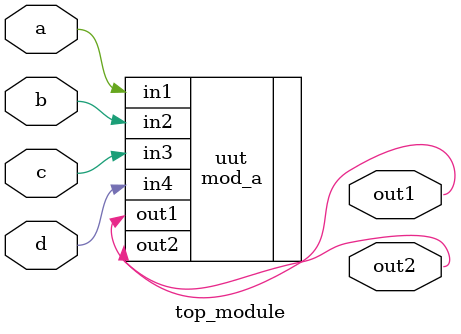
<source format=v>
module top_module ( 
    input a, 
    input b, 
    input c,
    input d,
    output out1,
    output out2
);
    mod_a uut(.in1(a),.in2(b),.in3(c),.in4(d),.out1(out1),.out2(out2));

endmodule

</source>
